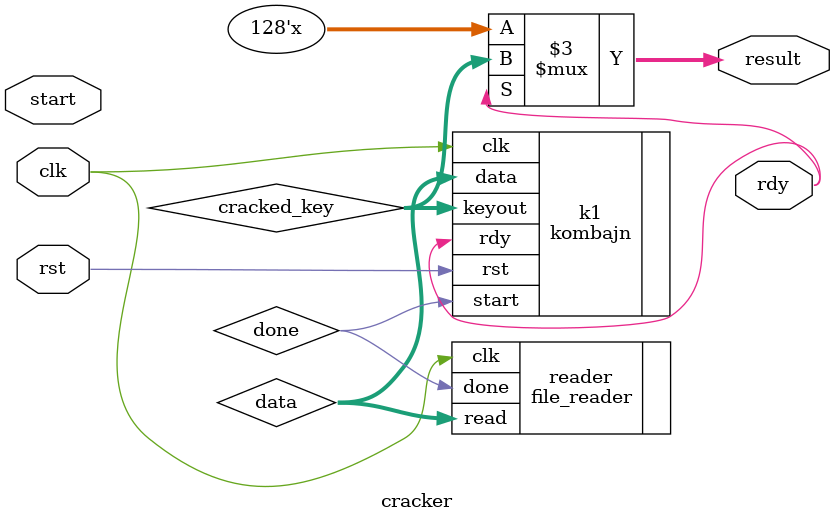
<source format=v>
module cracker


(
	input rst, 
	input clk,
	input start,
	output rdy,
	output reg [127:0] result
);


wire [63:0] data;
wire done;
wire [127:0] cracked_key;


file_reader reader(
		.clk (clk),
		.read (data),
		.done (done)
);

kombajn k1(
	.rst (rst),
	.clk (clk),
	.start (done),
	.data (data),
	.rdy (rdy),
	.keyout(cracked_key)
);

always@(*) begin
if (rdy) result = cracked_key;
end

endmodule
</source>
